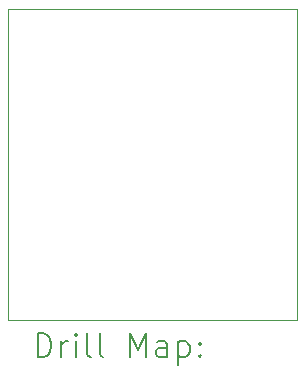
<source format=gbr>
%FSLAX45Y45*%
G04 Gerber Fmt 4.5, Leading zero omitted, Abs format (unit mm)*
G04 Created by KiCad (PCBNEW 6.0.4-6f826c9f35~116~ubuntu20.04.1) date 2022-04-29 19:01:11*
%MOMM*%
%LPD*%
G01*
G04 APERTURE LIST*
%TA.AperFunction,Profile*%
%ADD10C,0.100000*%
%TD*%
%ADD11C,0.200000*%
G04 APERTURE END LIST*
D10*
X3800000Y-5890000D02*
X3800000Y-3260000D01*
X6250000Y-5890000D02*
X3800000Y-5890000D01*
X6250000Y-3260000D02*
X6250000Y-5890000D01*
X3800000Y-3260000D02*
X6250000Y-3260000D01*
D11*
X4052619Y-6205476D02*
X4052619Y-6005476D01*
X4100238Y-6005476D01*
X4128809Y-6015000D01*
X4147857Y-6034048D01*
X4157381Y-6053095D01*
X4166905Y-6091190D01*
X4166905Y-6119762D01*
X4157381Y-6157857D01*
X4147857Y-6176905D01*
X4128809Y-6195952D01*
X4100238Y-6205476D01*
X4052619Y-6205476D01*
X4252619Y-6205476D02*
X4252619Y-6072143D01*
X4252619Y-6110238D02*
X4262143Y-6091190D01*
X4271667Y-6081667D01*
X4290714Y-6072143D01*
X4309762Y-6072143D01*
X4376429Y-6205476D02*
X4376429Y-6072143D01*
X4376429Y-6005476D02*
X4366905Y-6015000D01*
X4376429Y-6024524D01*
X4385952Y-6015000D01*
X4376429Y-6005476D01*
X4376429Y-6024524D01*
X4500238Y-6205476D02*
X4481190Y-6195952D01*
X4471667Y-6176905D01*
X4471667Y-6005476D01*
X4605000Y-6205476D02*
X4585952Y-6195952D01*
X4576429Y-6176905D01*
X4576429Y-6005476D01*
X4833571Y-6205476D02*
X4833571Y-6005476D01*
X4900238Y-6148333D01*
X4966905Y-6005476D01*
X4966905Y-6205476D01*
X5147857Y-6205476D02*
X5147857Y-6100714D01*
X5138333Y-6081667D01*
X5119286Y-6072143D01*
X5081190Y-6072143D01*
X5062143Y-6081667D01*
X5147857Y-6195952D02*
X5128810Y-6205476D01*
X5081190Y-6205476D01*
X5062143Y-6195952D01*
X5052619Y-6176905D01*
X5052619Y-6157857D01*
X5062143Y-6138809D01*
X5081190Y-6129286D01*
X5128810Y-6129286D01*
X5147857Y-6119762D01*
X5243095Y-6072143D02*
X5243095Y-6272143D01*
X5243095Y-6081667D02*
X5262143Y-6072143D01*
X5300238Y-6072143D01*
X5319286Y-6081667D01*
X5328810Y-6091190D01*
X5338333Y-6110238D01*
X5338333Y-6167381D01*
X5328810Y-6186428D01*
X5319286Y-6195952D01*
X5300238Y-6205476D01*
X5262143Y-6205476D01*
X5243095Y-6195952D01*
X5424048Y-6186428D02*
X5433571Y-6195952D01*
X5424048Y-6205476D01*
X5414524Y-6195952D01*
X5424048Y-6186428D01*
X5424048Y-6205476D01*
X5424048Y-6081667D02*
X5433571Y-6091190D01*
X5424048Y-6100714D01*
X5414524Y-6091190D01*
X5424048Y-6081667D01*
X5424048Y-6100714D01*
M02*

</source>
